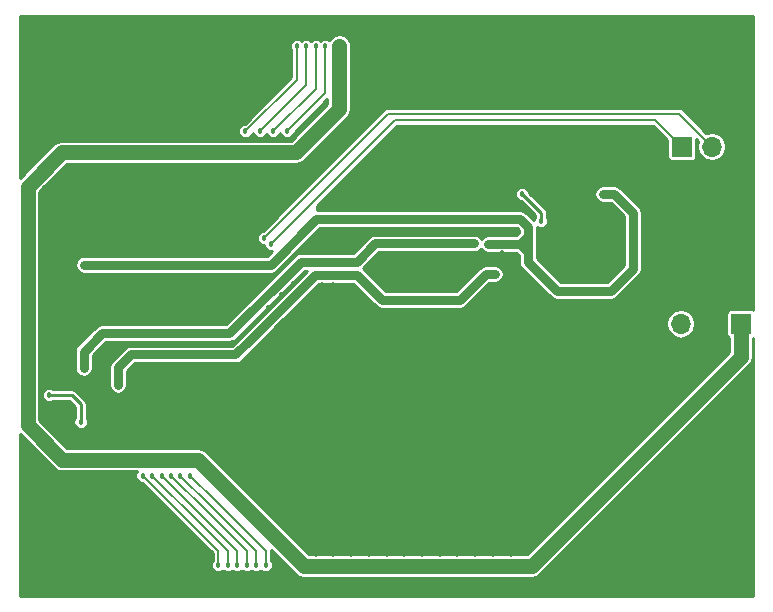
<source format=gbl>
G04 #@! TF.FileFunction,Copper,L4,Bot,Signal*
%FSLAX46Y46*%
G04 Gerber Fmt 4.6, Leading zero omitted, Abs format (unit mm)*
G04 Created by KiCad (PCBNEW 4.0.7) date 08/22/18 22:13:15*
%MOMM*%
%LPD*%
G01*
G04 APERTURE LIST*
%ADD10C,0.100000*%
%ADD11O,2.200000X2.200000*%
%ADD12R,0.500000X0.600000*%
%ADD13C,4.500000*%
%ADD14R,1.700000X1.700000*%
%ADD15O,1.700000X1.700000*%
%ADD16C,0.457200*%
%ADD17C,0.750000*%
%ADD18C,0.254000*%
%ADD19C,1.250000*%
%ADD20C,1.000000*%
%ADD21C,0.200000*%
%ADD22C,0.127000*%
G04 APERTURE END LIST*
D10*
D11*
X94550000Y-120000000D03*
X128950000Y-120000000D03*
X132075000Y-117625000D03*
X132075000Y-122375000D03*
X91425000Y-122375000D03*
X91425000Y-117625000D03*
D10*
G36*
X119777818Y-97849264D02*
X119424264Y-98202818D01*
X119000000Y-97778554D01*
X119353554Y-97425000D01*
X119777818Y-97849264D01*
X119777818Y-97849264D01*
G37*
G36*
X119000000Y-97071446D02*
X118646446Y-97425000D01*
X118222182Y-97000736D01*
X118575736Y-96647182D01*
X119000000Y-97071446D01*
X119000000Y-97071446D01*
G37*
D12*
X122800000Y-94250000D03*
X122800000Y-95350000D03*
X121900000Y-94250000D03*
X121900000Y-95350000D03*
X118100000Y-94200000D03*
X118100000Y-95300000D03*
X117150000Y-94200000D03*
X117150000Y-95300000D03*
D11*
X121200000Y-79000000D03*
X102800000Y-79000000D03*
X99675000Y-81375000D03*
X99675000Y-76625000D03*
X124325000Y-76625000D03*
X124325000Y-81375000D03*
D13*
X85000000Y-120000000D03*
X85000000Y-79000000D03*
X139000000Y-79000000D03*
X139000000Y-120000000D03*
D14*
X137000000Y-86000000D03*
D15*
X139540000Y-86000000D03*
X142080000Y-86000000D03*
D14*
X142000000Y-101000000D03*
D15*
X139460000Y-101000000D03*
X136920000Y-101000000D03*
D16*
X120600000Y-94250000D03*
X121200000Y-94250000D03*
X132875000Y-96350000D03*
X130325000Y-90025000D03*
X131275000Y-90025000D03*
X132100000Y-97100000D03*
X86400000Y-96000000D03*
X122075000Y-92150000D03*
X121500000Y-92150000D03*
X107525000Y-92150000D03*
X106925000Y-92150000D03*
X87400000Y-96000000D03*
X111750000Y-80250000D03*
X113250000Y-80250000D03*
X114750000Y-80250000D03*
X116250000Y-80250000D03*
X117750000Y-80250000D03*
X119250000Y-80250000D03*
X112500000Y-78250000D03*
X111000000Y-78250000D03*
X109500000Y-78250000D03*
X110250000Y-80250000D03*
X121750000Y-114550000D03*
X124000000Y-103000000D03*
X124000000Y-105000000D03*
X124000000Y-107750000D03*
X124000000Y-111700000D03*
X124050000Y-114550000D03*
X119250000Y-114550000D03*
X119250000Y-100250000D03*
X120500000Y-101500000D03*
X121750000Y-102750000D03*
X121750000Y-105050000D03*
X121750000Y-107250000D03*
X121750000Y-110250000D03*
X114000000Y-118500000D03*
X117000000Y-101000000D03*
X118250000Y-102250000D03*
X119500000Y-103500000D03*
X119500000Y-105000000D03*
X119500000Y-107750000D03*
X119500000Y-109250000D03*
X119000000Y-111750000D03*
X117250000Y-114550000D03*
X117250000Y-112750000D03*
X117000000Y-109500000D03*
X116550000Y-106450000D03*
X117000000Y-104000000D03*
X116000000Y-103000000D03*
X114500000Y-104750000D03*
X114800000Y-107500000D03*
X114250000Y-111750000D03*
X114500000Y-114550000D03*
X103100000Y-98550000D03*
X113000000Y-103000000D03*
X111750000Y-104250000D03*
X111750000Y-106500000D03*
X112500000Y-109500000D03*
X112500000Y-112000000D03*
X112500000Y-114550000D03*
X109750000Y-114550000D03*
X109750000Y-108000000D03*
X109750000Y-105000000D03*
X109750000Y-103500000D03*
X111000000Y-102250000D03*
X112000000Y-101250000D03*
X110000000Y-100250000D03*
X108750000Y-101500000D03*
X107500000Y-102750000D03*
X107500000Y-112000000D03*
X107500000Y-114550000D03*
X105000000Y-114550000D03*
X105000000Y-112000000D03*
X105000000Y-110000000D03*
X105000000Y-107000000D03*
X105000000Y-104500000D03*
X103250000Y-101000000D03*
X104500000Y-99750000D03*
X107500000Y-97750000D03*
X106500000Y-97750000D03*
X105750000Y-98500000D03*
X104100000Y-97600000D03*
X101950000Y-97300000D03*
X102000000Y-99650000D03*
X102000000Y-102250000D03*
X102000000Y-104500000D03*
X102000000Y-107000000D03*
X102000000Y-109500000D03*
X102000000Y-112000000D03*
X102000000Y-114550000D03*
X121050000Y-88800000D03*
X123600000Y-88800000D03*
X82950000Y-112500000D03*
X82300000Y-111850000D03*
X81650000Y-111150000D03*
X85500000Y-89500000D03*
X94250000Y-88000000D03*
X91750000Y-88000000D03*
X89250000Y-88000000D03*
X86750000Y-88000000D03*
X117200000Y-88100000D03*
X117200000Y-85200000D03*
X119550000Y-88100000D03*
X114800000Y-85200000D03*
X114800000Y-88100000D03*
X112400000Y-88100000D03*
X110000000Y-84000000D03*
X110200000Y-88100000D03*
X119600000Y-85200000D03*
X112400000Y-85250000D03*
X90500000Y-109500000D03*
X89250000Y-108250000D03*
X89250000Y-110500000D03*
X87350000Y-103800000D03*
X87350000Y-104700000D03*
X88000000Y-107000000D03*
X88150000Y-105350000D03*
X85500000Y-97000000D03*
X88150000Y-98400000D03*
X86900000Y-98050000D03*
X85500000Y-98050000D03*
X85100000Y-101700000D03*
X85400000Y-104050000D03*
X82900000Y-101700000D03*
X86050000Y-101700000D03*
X84100000Y-101700000D03*
X83450000Y-99050000D03*
X83500000Y-102400000D03*
X82900000Y-99700000D03*
X84550000Y-109800000D03*
X84550000Y-109200000D03*
X84550000Y-108600000D03*
X84000000Y-105650000D03*
X83400000Y-106250000D03*
X83950000Y-107700000D03*
X108250000Y-90250000D03*
X108750000Y-89250000D03*
X107500000Y-91000000D03*
X110000000Y-90250000D03*
X109150000Y-90250000D03*
X105250000Y-89000000D03*
X104000000Y-90250000D03*
X102750000Y-91500000D03*
X101500000Y-92750000D03*
X106400000Y-87850000D03*
X107500000Y-86750000D03*
X108500000Y-85750000D03*
X107500000Y-85000000D03*
X108500000Y-84000000D03*
X114000000Y-78250000D03*
X118500000Y-78250000D03*
X117000000Y-78250000D03*
X115500000Y-78250000D03*
X124250000Y-98250000D03*
X123000000Y-97000000D03*
X125500000Y-99500000D03*
X128000000Y-99500000D03*
X130500000Y-99500000D03*
X133000000Y-99500000D03*
X121750000Y-96250000D03*
X121000000Y-95550000D03*
X121750000Y-95000000D03*
X135500000Y-97000000D03*
X134000000Y-95750000D03*
X125500000Y-89500000D03*
X125500000Y-87000000D03*
X128750000Y-89500000D03*
X120500000Y-87000000D03*
X120750000Y-90250000D03*
X119900000Y-90250000D03*
X119000000Y-90250000D03*
X130000000Y-97000000D03*
X128750000Y-97000000D03*
X90500000Y-99500000D03*
X90500000Y-102700000D03*
X103350000Y-121500000D03*
X124500000Y-118500000D03*
X123000000Y-118500000D03*
X121500000Y-118500000D03*
X120000000Y-118500000D03*
X118500000Y-118500000D03*
X117000000Y-118500000D03*
X115500000Y-118500000D03*
X112500000Y-118500000D03*
X111000000Y-118500000D03*
X109500000Y-118500000D03*
X108000000Y-118500000D03*
X106500000Y-118500000D03*
X105000000Y-118500000D03*
X103500000Y-118500000D03*
X122500000Y-120500000D03*
X121000000Y-120500000D03*
X119500000Y-120500000D03*
X118000000Y-120500000D03*
X116500000Y-120500000D03*
X115000000Y-120500000D03*
X113500000Y-120500000D03*
X112000000Y-120500000D03*
X110500000Y-120500000D03*
X109000000Y-120500000D03*
X107500000Y-120500000D03*
X106000000Y-120500000D03*
X127000000Y-121000000D03*
X88000000Y-84500000D03*
X93000000Y-89500000D03*
X90500000Y-89500000D03*
X88000000Y-89500000D03*
X83000000Y-89500000D03*
X83000000Y-92000000D03*
X85500000Y-92000000D03*
X88000000Y-92000000D03*
X90500000Y-92000000D03*
X90500000Y-94500000D03*
X88000000Y-94500000D03*
X85500000Y-94500000D03*
X83000000Y-94500000D03*
X83000000Y-97000000D03*
X85500000Y-84500000D03*
X83000000Y-84500000D03*
X90500000Y-84500000D03*
X88000000Y-122000000D03*
X88000000Y-119500000D03*
X88000000Y-117000000D03*
X85500000Y-117000000D03*
X83000000Y-117000000D03*
X83000000Y-114500000D03*
X85500000Y-114500000D03*
X88000000Y-114500000D03*
X90500000Y-114500000D03*
X90500000Y-97000000D03*
X90500000Y-107000000D03*
X83000000Y-104500000D03*
X93000000Y-84500000D03*
X95500000Y-84500000D03*
X98000000Y-84500000D03*
X88000000Y-77000000D03*
X90500000Y-77000000D03*
X93000000Y-77000000D03*
X95500000Y-77000000D03*
X98000000Y-79500000D03*
X95500000Y-79500000D03*
X93000000Y-79500000D03*
X90500000Y-79500000D03*
X88000000Y-79500000D03*
X83000000Y-82000000D03*
X85500000Y-82000000D03*
X88000000Y-82000000D03*
X90500000Y-82000000D03*
X93000000Y-82000000D03*
X95500000Y-82000000D03*
X138000000Y-97000000D03*
X135500000Y-122000000D03*
X135500000Y-119500000D03*
X135500000Y-117000000D03*
X138000000Y-117000000D03*
X140500000Y-117000000D03*
X140500000Y-114500000D03*
X138000000Y-114500000D03*
X135500000Y-114500000D03*
X133000000Y-114500000D03*
X128000000Y-114500000D03*
X128000000Y-112000000D03*
X130500000Y-112000000D03*
X135500000Y-112000000D03*
X138000000Y-112000000D03*
X140500000Y-112000000D03*
X140500000Y-109500000D03*
X138000000Y-109500000D03*
X133000000Y-109500000D03*
X130500000Y-109500000D03*
X128000000Y-109500000D03*
X128000000Y-107000000D03*
X130500000Y-107000000D03*
X133000000Y-107000000D03*
X135500000Y-107000000D03*
X140500000Y-107000000D03*
X138000000Y-104500000D03*
X135500000Y-104500000D03*
X133000000Y-104500000D03*
X130500000Y-104500000D03*
X128000000Y-104500000D03*
X128000000Y-102000000D03*
X130500000Y-102000000D03*
X133000000Y-102000000D03*
X135500000Y-102000000D03*
X135500000Y-99500000D03*
X103000000Y-77000000D03*
X100500000Y-79500000D03*
X123000000Y-79500000D03*
X120500000Y-77000000D03*
X125500000Y-79500000D03*
X120500000Y-84500000D03*
X135500000Y-89500000D03*
X133000000Y-89500000D03*
X135500000Y-77000000D03*
X133000000Y-77000000D03*
X130500000Y-77000000D03*
X128000000Y-77000000D03*
X128000000Y-79500000D03*
X130500000Y-79500000D03*
X133000000Y-79500000D03*
X135500000Y-79500000D03*
X135500000Y-82000000D03*
X138000000Y-82000000D03*
X140500000Y-82000000D03*
X140500000Y-84500000D03*
X133000000Y-84500000D03*
X133000000Y-82000000D03*
X130500000Y-82000000D03*
X130500000Y-84500000D03*
X128000000Y-84500000D03*
X128000000Y-82000000D03*
X125500000Y-84500000D03*
X123000000Y-84500000D03*
X123000000Y-87000000D03*
X128000000Y-87000000D03*
X130500000Y-87000000D03*
X133000000Y-87000000D03*
X138000000Y-89500000D03*
X140500000Y-89500000D03*
X125600000Y-93500000D03*
X125600000Y-94200000D03*
X125600000Y-92800000D03*
X110300000Y-96250000D03*
X112500000Y-97500000D03*
X114500000Y-97500000D03*
X116500000Y-97500000D03*
X116500000Y-95500000D03*
X114500000Y-95500000D03*
X112500000Y-95500000D03*
X112500000Y-93300000D03*
X114500000Y-93300000D03*
X116500000Y-93300000D03*
X118800000Y-96250000D03*
X118800000Y-95250000D03*
X120550000Y-96800000D03*
X121150000Y-96800000D03*
X105500000Y-97300000D03*
X89250000Y-105450000D03*
X89250000Y-106200000D03*
X105950000Y-96850000D03*
X81650000Y-108525000D03*
X81650000Y-109150000D03*
X81650000Y-107900000D03*
X107350000Y-121500000D03*
X104950000Y-121500000D03*
X108400000Y-78200000D03*
X107600000Y-78200000D03*
X108400000Y-77500000D03*
X107600000Y-77500000D03*
X119350000Y-121500000D03*
X116950000Y-121500000D03*
X114550000Y-121500000D03*
X112150000Y-121500000D03*
X124150000Y-121500000D03*
X121750000Y-121500000D03*
X109750000Y-121500000D03*
X104700000Y-95750000D03*
X118800000Y-94250000D03*
X86350000Y-104750000D03*
X86350000Y-104100000D03*
X119400000Y-94250000D03*
X94550000Y-113850000D03*
X100950000Y-121450000D03*
X95350000Y-113850000D03*
X101750000Y-121450000D03*
X106800000Y-77500000D03*
X103600000Y-84700000D03*
X93750000Y-113850000D03*
X100150000Y-121450000D03*
X106000000Y-77500000D03*
X102400000Y-84700000D03*
X92950000Y-113850000D03*
X99350000Y-121450000D03*
X105200000Y-77500000D03*
X101250000Y-84700000D03*
X92150000Y-113850000D03*
X98550000Y-121450000D03*
X100050000Y-84700000D03*
X104400000Y-77500000D03*
X91350000Y-113850000D03*
X97750000Y-121450000D03*
X102200000Y-94250000D03*
X101600000Y-93750000D03*
X86100000Y-109300000D03*
X83400000Y-107050000D03*
X125075000Y-92300000D03*
X123475000Y-90000000D03*
D17*
X121200000Y-94250000D02*
X120600000Y-94250000D01*
X123100000Y-94250000D02*
X123300000Y-94250000D01*
X123300000Y-94250000D02*
X123950000Y-94900000D01*
X123950000Y-93550000D02*
X123950000Y-94900000D01*
X123950000Y-94900000D02*
X123950000Y-95750000D01*
X123950000Y-95750000D02*
X124800000Y-96600000D01*
X123950000Y-92775000D02*
X123950000Y-93550000D01*
X123950000Y-93550000D02*
X123950000Y-93600000D01*
X123100000Y-94250000D02*
X122800000Y-94250000D01*
X123950000Y-93600000D02*
X123300000Y-94250000D01*
X124825000Y-96625000D02*
X124800000Y-96600000D01*
X124800000Y-96600000D02*
X126425000Y-98225000D01*
X132850000Y-91600000D02*
X131275000Y-90025000D01*
X132850000Y-96350000D02*
X132850000Y-91600000D01*
X130975000Y-98225000D02*
X132850000Y-96350000D01*
X126425000Y-98225000D02*
X130975000Y-98225000D01*
X121200000Y-94250000D02*
X121900000Y-94250000D01*
X121900000Y-94250000D02*
X122800000Y-94250000D01*
X131275000Y-90025000D02*
X130325000Y-90025000D01*
X122100000Y-92150000D02*
X123325000Y-92150000D01*
X123325000Y-92150000D02*
X123950000Y-92775000D01*
X122075000Y-92150000D02*
X122100000Y-92150000D01*
X122100000Y-92150000D02*
X121800000Y-92150000D01*
X107500000Y-92150000D02*
X121500000Y-92150000D01*
X121500000Y-92150000D02*
X121875000Y-92150000D01*
D18*
X121875000Y-92150000D02*
X122075000Y-92150000D01*
D17*
X87400000Y-96000000D02*
X86400000Y-96000000D01*
X87400000Y-96000000D02*
X102200000Y-96000000D01*
X106050000Y-92150000D02*
X107500000Y-92150000D01*
X102200000Y-96000000D02*
X106050000Y-92150000D01*
D18*
X107500000Y-92150000D02*
X107525000Y-92150000D01*
X122075000Y-92200000D02*
X122075000Y-92150000D01*
X112500000Y-97500000D02*
X114500000Y-97500000D01*
X116500000Y-97500000D02*
X116500000Y-95500000D01*
X114500000Y-95500000D02*
X112500000Y-95500000D01*
X112500000Y-93300000D02*
X114500000Y-93300000D01*
X120550000Y-96800000D02*
X120450000Y-96800000D01*
X120450000Y-96800000D02*
X119400000Y-97850000D01*
X119400000Y-97850000D02*
X119388909Y-97813909D01*
D17*
X105950000Y-96850000D02*
X109500000Y-96850000D01*
X111650000Y-99000000D02*
X118200000Y-99000000D01*
X118200000Y-99000000D02*
X120400000Y-96800000D01*
X120400000Y-96800000D02*
X121150000Y-96800000D01*
X109500000Y-96850000D02*
X111650000Y-99000000D01*
X105500000Y-97300000D02*
X100550000Y-102250000D01*
X98550000Y-103600000D02*
X90350000Y-103600000D01*
X90350000Y-103600000D02*
X89250000Y-104700000D01*
X99200000Y-103600000D02*
X98550000Y-103600000D01*
X100550000Y-102250000D02*
X99200000Y-103600000D01*
X105950000Y-96850000D02*
X105500000Y-97300000D01*
X89250000Y-104700000D02*
X89250000Y-105450000D01*
X89250000Y-105450000D02*
X89250000Y-106200000D01*
X89250000Y-104700000D02*
X89250000Y-104700000D01*
D18*
X81650000Y-108450000D02*
X81650000Y-108525000D01*
X81650000Y-108550000D02*
X81650000Y-108450000D01*
X81650000Y-109150000D02*
X81600000Y-109150000D01*
X81600000Y-108600000D02*
X81650000Y-108550000D01*
X81650000Y-108550000D02*
X81650000Y-108550000D01*
X81650000Y-107900000D02*
X81600000Y-107900000D01*
D19*
X81600000Y-109150000D02*
X81600000Y-107900000D01*
X107250000Y-121500000D02*
X105000000Y-121500000D01*
X105000000Y-121500000D02*
X96000000Y-112500000D01*
X96000000Y-112500000D02*
X84550000Y-112500000D01*
X84550000Y-112500000D02*
X81600000Y-109550000D01*
X81600000Y-109550000D02*
X81600000Y-109200000D01*
X109750000Y-121500000D02*
X107250000Y-121500000D01*
X81600000Y-107900000D02*
X81600000Y-108000000D01*
X81600000Y-108000000D02*
X81600000Y-108600000D01*
X81600000Y-108600000D02*
X81600000Y-89400000D01*
X81600000Y-89400000D02*
X84500000Y-86500000D01*
X84500000Y-86500000D02*
X104300000Y-86500000D01*
X104300000Y-86500000D02*
X108000000Y-82800000D01*
X108000000Y-82800000D02*
X108000000Y-78200000D01*
X124200000Y-121500000D02*
X124300000Y-121500000D01*
X142000000Y-103500000D02*
X142000000Y-101000000D01*
X142000000Y-103800000D02*
X142000000Y-103500000D01*
X124300000Y-121500000D02*
X142000000Y-103800000D01*
X121700000Y-121500000D02*
X124200000Y-121500000D01*
X124200000Y-121500000D02*
X124100000Y-121500000D01*
D18*
X108400000Y-78200000D02*
X108000000Y-78200000D01*
X107600000Y-78200000D02*
X108000000Y-78200000D01*
X108400000Y-77500000D02*
X108000000Y-77500000D01*
X107600000Y-77500000D02*
X108000000Y-77500000D01*
D19*
X121750000Y-121500000D02*
X121700000Y-121500000D01*
X121700000Y-121500000D02*
X119250000Y-121500000D01*
X119250000Y-121500000D02*
X117000000Y-121500000D01*
X117000000Y-121500000D02*
X114500000Y-121500000D01*
X114500000Y-121500000D02*
X112250000Y-121500000D01*
X112250000Y-121500000D02*
X109750000Y-121500000D01*
D20*
X108000000Y-78200000D02*
X108000000Y-78200000D01*
D19*
X108000000Y-78200000D02*
X108000000Y-77500000D01*
D20*
X108000000Y-77500000D02*
X108000000Y-77500000D01*
X108000000Y-77500000D02*
X108000000Y-77500000D01*
X124150000Y-121500000D02*
X124150000Y-121500000D01*
X124150000Y-121500000D02*
X124150000Y-121500000D01*
D18*
X117150000Y-94200000D02*
X111150000Y-94200000D01*
X109600000Y-95750000D02*
X104700000Y-95750000D01*
X111150000Y-94200000D02*
X109600000Y-95750000D01*
X104800000Y-95750000D02*
X109500000Y-95750000D01*
X111000000Y-94250000D02*
X118800000Y-94250000D01*
X109500000Y-95750000D02*
X111000000Y-94250000D01*
X105550000Y-95750000D02*
X104800000Y-95750000D01*
X104800000Y-95750000D02*
X104700000Y-95750000D01*
X104700000Y-95750000D02*
X104250000Y-96200000D01*
X104150000Y-96200000D02*
X104150000Y-96350000D01*
X104250000Y-96200000D02*
X104150000Y-96200000D01*
D17*
X118800000Y-94200000D02*
X119400000Y-94200000D01*
X118100000Y-94200000D02*
X118800000Y-94200000D01*
X104750000Y-95750000D02*
X104150000Y-96350000D01*
X104150000Y-96350000D02*
X98700000Y-101800000D01*
X98700000Y-101800000D02*
X87900000Y-101800000D01*
X87900000Y-101800000D02*
X86350000Y-103350000D01*
X86350000Y-103350000D02*
X86350000Y-104750000D01*
X104800000Y-95750000D02*
X104750000Y-95750000D01*
X104750000Y-95750000D02*
X105550000Y-95750000D01*
X105550000Y-95750000D02*
X109475000Y-95750000D01*
X111025000Y-94200000D02*
X118100000Y-94200000D01*
X109475000Y-95750000D02*
X111025000Y-94200000D01*
D21*
X94550000Y-113850000D02*
X97150000Y-116450000D01*
X97150000Y-116450000D02*
X100950000Y-120250000D01*
X100950000Y-120250000D02*
X100950000Y-121450000D01*
X95350000Y-113850000D02*
X97450000Y-115950000D01*
X101750000Y-120250000D02*
X101750000Y-121450000D01*
X97450000Y-115950000D02*
X101750000Y-120250000D01*
X93750000Y-113850000D02*
X96850000Y-116950000D01*
X103600000Y-84700000D02*
X106800000Y-81500000D01*
X106800000Y-81500000D02*
X106800000Y-77500000D01*
X100150000Y-120250000D02*
X100150000Y-121450000D01*
X96850000Y-116950000D02*
X100150000Y-120250000D01*
X92950000Y-113850000D02*
X96550000Y-117450000D01*
X102400000Y-84700000D02*
X106000000Y-81100000D01*
X106000000Y-81100000D02*
X106000000Y-77500000D01*
X99350000Y-120250000D02*
X99350000Y-121450000D01*
X96550000Y-117450000D02*
X99350000Y-120250000D01*
X92150000Y-113850000D02*
X96250000Y-117950000D01*
X101250000Y-84700000D02*
X105200000Y-80750000D01*
X105200000Y-80750000D02*
X105200000Y-77500000D01*
X96250000Y-117950000D02*
X98550000Y-120250000D01*
X98550000Y-120250000D02*
X98550000Y-121450000D01*
X91350000Y-113850000D02*
X95900000Y-118400000D01*
X104400000Y-80350000D02*
X100050000Y-84700000D01*
X104400000Y-80300000D02*
X104400000Y-80350000D01*
X104400000Y-80250000D02*
X104400000Y-80300000D01*
X104400000Y-77500000D02*
X104400000Y-80250000D01*
X95900000Y-118400000D02*
X97750000Y-120250000D01*
X97750000Y-120250000D02*
X97750000Y-121450000D01*
X121050000Y-83750000D02*
X134750000Y-83750000D01*
X137000000Y-86000000D02*
X134750000Y-83750000D01*
X112700000Y-83750000D02*
X121050000Y-83750000D01*
X112700000Y-83750000D02*
X102200000Y-94250000D01*
X120850000Y-83200000D02*
X136750000Y-83200000D01*
X139550000Y-86000000D02*
X136750000Y-83200000D01*
X112150000Y-83200000D02*
X120850000Y-83200000D01*
X112150000Y-83200000D02*
X101600000Y-93750000D01*
D22*
X139550000Y-86000000D02*
X139540000Y-86000000D01*
D18*
X86100000Y-109300000D02*
X86100000Y-107800000D01*
X83400000Y-107050000D02*
X85350000Y-107050000D01*
X85350000Y-107050000D02*
X86100000Y-107800000D01*
X125075000Y-91600000D02*
X125075000Y-92300000D01*
X123475000Y-90000000D02*
X125075000Y-91600000D01*
G36*
X143044000Y-124044000D02*
X80956000Y-124044000D01*
X80956000Y-110328698D01*
X83838651Y-113211349D01*
X84165020Y-113429423D01*
X84550000Y-113506000D01*
X90832775Y-113506000D01*
X90740506Y-113728211D01*
X90740294Y-113970725D01*
X90832905Y-114194860D01*
X91004238Y-114366493D01*
X91228211Y-114459494D01*
X91279303Y-114459539D01*
X95559882Y-118740119D01*
X95559885Y-118740121D01*
X97269000Y-120449236D01*
X97269000Y-121068807D01*
X97233507Y-121104238D01*
X97140506Y-121328211D01*
X97140294Y-121570725D01*
X97232905Y-121794860D01*
X97404238Y-121966493D01*
X97628211Y-122059494D01*
X97870725Y-122059706D01*
X98094860Y-121967095D01*
X98149946Y-121912106D01*
X98204238Y-121966493D01*
X98428211Y-122059494D01*
X98670725Y-122059706D01*
X98894860Y-121967095D01*
X98949946Y-121912106D01*
X99004238Y-121966493D01*
X99228211Y-122059494D01*
X99470725Y-122059706D01*
X99694860Y-121967095D01*
X99749946Y-121912106D01*
X99804238Y-121966493D01*
X100028211Y-122059494D01*
X100270725Y-122059706D01*
X100494860Y-121967095D01*
X100549946Y-121912106D01*
X100604238Y-121966493D01*
X100828211Y-122059494D01*
X101070725Y-122059706D01*
X101294860Y-121967095D01*
X101349946Y-121912106D01*
X101404238Y-121966493D01*
X101628211Y-122059494D01*
X101870725Y-122059706D01*
X102094860Y-121967095D01*
X102266493Y-121795762D01*
X102359494Y-121571789D01*
X102359706Y-121329275D01*
X102267095Y-121105140D01*
X102231000Y-121068982D01*
X102231000Y-120250000D01*
X102207088Y-120129786D01*
X104288651Y-122211349D01*
X104615020Y-122429423D01*
X105000000Y-122506000D01*
X124300000Y-122506000D01*
X124684980Y-122429423D01*
X125011349Y-122211349D01*
X142711349Y-104511349D01*
X142755776Y-104444860D01*
X142929423Y-104184980D01*
X143006000Y-103800000D01*
X143006000Y-102202367D01*
X143044000Y-102177915D01*
X143044000Y-124044000D01*
X143044000Y-124044000D01*
G37*
X143044000Y-124044000D02*
X80956000Y-124044000D01*
X80956000Y-110328698D01*
X83838651Y-113211349D01*
X84165020Y-113429423D01*
X84550000Y-113506000D01*
X90832775Y-113506000D01*
X90740506Y-113728211D01*
X90740294Y-113970725D01*
X90832905Y-114194860D01*
X91004238Y-114366493D01*
X91228211Y-114459494D01*
X91279303Y-114459539D01*
X95559882Y-118740119D01*
X95559885Y-118740121D01*
X97269000Y-120449236D01*
X97269000Y-121068807D01*
X97233507Y-121104238D01*
X97140506Y-121328211D01*
X97140294Y-121570725D01*
X97232905Y-121794860D01*
X97404238Y-121966493D01*
X97628211Y-122059494D01*
X97870725Y-122059706D01*
X98094860Y-121967095D01*
X98149946Y-121912106D01*
X98204238Y-121966493D01*
X98428211Y-122059494D01*
X98670725Y-122059706D01*
X98894860Y-121967095D01*
X98949946Y-121912106D01*
X99004238Y-121966493D01*
X99228211Y-122059494D01*
X99470725Y-122059706D01*
X99694860Y-121967095D01*
X99749946Y-121912106D01*
X99804238Y-121966493D01*
X100028211Y-122059494D01*
X100270725Y-122059706D01*
X100494860Y-121967095D01*
X100549946Y-121912106D01*
X100604238Y-121966493D01*
X100828211Y-122059494D01*
X101070725Y-122059706D01*
X101294860Y-121967095D01*
X101349946Y-121912106D01*
X101404238Y-121966493D01*
X101628211Y-122059494D01*
X101870725Y-122059706D01*
X102094860Y-121967095D01*
X102266493Y-121795762D01*
X102359494Y-121571789D01*
X102359706Y-121329275D01*
X102267095Y-121105140D01*
X102231000Y-121068982D01*
X102231000Y-120250000D01*
X102207088Y-120129786D01*
X104288651Y-122211349D01*
X104615020Y-122429423D01*
X105000000Y-122506000D01*
X124300000Y-122506000D01*
X124684980Y-122429423D01*
X125011349Y-122211349D01*
X142711349Y-104511349D01*
X142755776Y-104444860D01*
X142929423Y-104184980D01*
X143006000Y-103800000D01*
X143006000Y-102202367D01*
X143044000Y-102177915D01*
X143044000Y-124044000D01*
G36*
X143044000Y-99821430D02*
X143001134Y-99792141D01*
X142850000Y-99761536D01*
X141150000Y-99761536D01*
X141008810Y-99788103D01*
X140879135Y-99871546D01*
X140792141Y-99998866D01*
X140761536Y-100150000D01*
X140761536Y-101850000D01*
X140788103Y-101991190D01*
X140871546Y-102120865D01*
X140994000Y-102204534D01*
X140994000Y-103383302D01*
X123883302Y-120494000D01*
X105416698Y-120494000D01*
X96711349Y-111788651D01*
X96384980Y-111570577D01*
X96000000Y-111494000D01*
X84966698Y-111494000D01*
X82606000Y-109133302D01*
X82606000Y-107170725D01*
X82790294Y-107170725D01*
X82882905Y-107394860D01*
X83054238Y-107566493D01*
X83278211Y-107659494D01*
X83520725Y-107659706D01*
X83744860Y-107567095D01*
X83753971Y-107558000D01*
X85139580Y-107558000D01*
X85592000Y-108010420D01*
X85592000Y-108945760D01*
X85583507Y-108954238D01*
X85490506Y-109178211D01*
X85490294Y-109420725D01*
X85582905Y-109644860D01*
X85754238Y-109816493D01*
X85978211Y-109909494D01*
X86220725Y-109909706D01*
X86444860Y-109817095D01*
X86616493Y-109645762D01*
X86709494Y-109421789D01*
X86709706Y-109179275D01*
X86617095Y-108955140D01*
X86608000Y-108946029D01*
X86608000Y-107800000D01*
X86580052Y-107659494D01*
X86569331Y-107605596D01*
X86459210Y-107440790D01*
X85709210Y-106690790D01*
X85544403Y-106580669D01*
X85350000Y-106542000D01*
X83754240Y-106542000D01*
X83745762Y-106533507D01*
X83521789Y-106440506D01*
X83279275Y-106440294D01*
X83055140Y-106532905D01*
X82883507Y-106704238D01*
X82790506Y-106928211D01*
X82790294Y-107170725D01*
X82606000Y-107170725D01*
X82606000Y-103350000D01*
X85594000Y-103350000D01*
X85594000Y-104750000D01*
X85651547Y-105039309D01*
X85815427Y-105284573D01*
X86060691Y-105448453D01*
X86350000Y-105506000D01*
X86639309Y-105448453D01*
X86884573Y-105284573D01*
X87048453Y-105039309D01*
X87106000Y-104750000D01*
X87106000Y-103663146D01*
X88213146Y-102556000D01*
X98700000Y-102556000D01*
X98989309Y-102498453D01*
X99234573Y-102334573D01*
X105063146Y-96506000D01*
X105224854Y-96506000D01*
X98886854Y-102844000D01*
X90350000Y-102844000D01*
X90060691Y-102901547D01*
X89904366Y-103006000D01*
X89815427Y-103065427D01*
X88715427Y-104165427D01*
X88551547Y-104410691D01*
X88494000Y-104700000D01*
X88494000Y-106200000D01*
X88551547Y-106489309D01*
X88715427Y-106734573D01*
X88960691Y-106898453D01*
X89250000Y-106956000D01*
X89539309Y-106898453D01*
X89784573Y-106734573D01*
X89948453Y-106489309D01*
X90006000Y-106200000D01*
X90006000Y-105013146D01*
X90663146Y-104356000D01*
X99200000Y-104356000D01*
X99489309Y-104298453D01*
X99734573Y-104134573D01*
X102893263Y-100975883D01*
X135689000Y-100975883D01*
X135689000Y-101024117D01*
X135782704Y-101495200D01*
X136049552Y-101894565D01*
X136448917Y-102161413D01*
X136920000Y-102255117D01*
X137391083Y-102161413D01*
X137790448Y-101894565D01*
X138057296Y-101495200D01*
X138151000Y-101024117D01*
X138151000Y-100975883D01*
X138057296Y-100504800D01*
X137790448Y-100105435D01*
X137391083Y-99838587D01*
X136920000Y-99744883D01*
X136448917Y-99838587D01*
X136049552Y-100105435D01*
X135782704Y-100504800D01*
X135689000Y-100975883D01*
X102893263Y-100975883D01*
X106263146Y-97606000D01*
X109186854Y-97606000D01*
X111115427Y-99534573D01*
X111360691Y-99698453D01*
X111650000Y-99756000D01*
X118200000Y-99756000D01*
X118489309Y-99698453D01*
X118734573Y-99534573D01*
X120713146Y-97556000D01*
X121150000Y-97556000D01*
X121439309Y-97498453D01*
X121684573Y-97334573D01*
X121848453Y-97089309D01*
X121906000Y-96800000D01*
X121848453Y-96510691D01*
X121684573Y-96265427D01*
X121439309Y-96101547D01*
X121150000Y-96044000D01*
X120400005Y-96044000D01*
X120400000Y-96043999D01*
X120166595Y-96090427D01*
X120110691Y-96101547D01*
X119903041Y-96240294D01*
X119865427Y-96265427D01*
X117886854Y-98244000D01*
X111963146Y-98244000D01*
X110034573Y-96315427D01*
X109999512Y-96292000D01*
X109998985Y-96291648D01*
X110009573Y-96284573D01*
X111338146Y-94956000D01*
X119400000Y-94956000D01*
X119689309Y-94898453D01*
X119934573Y-94734573D01*
X119983296Y-94661654D01*
X120065427Y-94784573D01*
X120310691Y-94948453D01*
X120600000Y-95006000D01*
X122986854Y-95006000D01*
X123194000Y-95213146D01*
X123194000Y-95750000D01*
X123251547Y-96039309D01*
X123397672Y-96258000D01*
X123415427Y-96284573D01*
X124265425Y-97134570D01*
X124265427Y-97134573D01*
X125890427Y-98759573D01*
X126135691Y-98923453D01*
X126425000Y-98981000D01*
X130975000Y-98981000D01*
X131264309Y-98923453D01*
X131509573Y-98759573D01*
X133384570Y-96884575D01*
X133384573Y-96884573D01*
X133548453Y-96639309D01*
X133606000Y-96350000D01*
X133606000Y-91600000D01*
X133548453Y-91310691D01*
X133384573Y-91065427D01*
X133384570Y-91065425D01*
X131809573Y-89490427D01*
X131799216Y-89483507D01*
X131564309Y-89326547D01*
X131275000Y-89269000D01*
X130325000Y-89269000D01*
X130035691Y-89326547D01*
X129790427Y-89490427D01*
X129626547Y-89735691D01*
X129569000Y-90025000D01*
X129626547Y-90314309D01*
X129790427Y-90559573D01*
X130035691Y-90723453D01*
X130325000Y-90781000D01*
X130961854Y-90781000D01*
X132094000Y-91913145D01*
X132094000Y-96036855D01*
X130661854Y-97469000D01*
X126738146Y-97469000D01*
X125334573Y-96065427D01*
X125334570Y-96065425D01*
X124706000Y-95436854D01*
X124706000Y-94900005D01*
X124706001Y-94900000D01*
X124706000Y-94899995D01*
X124706000Y-93600005D01*
X124706001Y-93600000D01*
X124706000Y-93599995D01*
X124706000Y-92793214D01*
X124729238Y-92816493D01*
X124953211Y-92909494D01*
X125195725Y-92909706D01*
X125419860Y-92817095D01*
X125591493Y-92645762D01*
X125684494Y-92421789D01*
X125684706Y-92179275D01*
X125592095Y-91955140D01*
X125583000Y-91946029D01*
X125583000Y-91600000D01*
X125544331Y-91405597D01*
X125434210Y-91240790D01*
X124084696Y-89891276D01*
X124084706Y-89879275D01*
X123992095Y-89655140D01*
X123820762Y-89483507D01*
X123596789Y-89390506D01*
X123354275Y-89390294D01*
X123130140Y-89482905D01*
X122958507Y-89654238D01*
X122865506Y-89878211D01*
X122865294Y-90120725D01*
X122957905Y-90344860D01*
X123129238Y-90516493D01*
X123353211Y-90609494D01*
X123366085Y-90609505D01*
X124567000Y-91810420D01*
X124567000Y-91945760D01*
X124558507Y-91954238D01*
X124465506Y-92178211D01*
X124465468Y-92221323D01*
X123859573Y-91615427D01*
X123836485Y-91600000D01*
X123614309Y-91451547D01*
X123325000Y-91394000D01*
X106077000Y-91394000D01*
X106077000Y-91053236D01*
X112899237Y-84231000D01*
X134550764Y-84231000D01*
X135761536Y-85441773D01*
X135761536Y-86850000D01*
X135788103Y-86991190D01*
X135871546Y-87120865D01*
X135998866Y-87207859D01*
X136150000Y-87238464D01*
X137850000Y-87238464D01*
X137991190Y-87211897D01*
X138120865Y-87128454D01*
X138207859Y-87001134D01*
X138238464Y-86850000D01*
X138238464Y-85368700D01*
X138398035Y-85528271D01*
X138309000Y-85975883D01*
X138309000Y-86024117D01*
X138402704Y-86495200D01*
X138669552Y-86894565D01*
X139068917Y-87161413D01*
X139540000Y-87255117D01*
X140011083Y-87161413D01*
X140410448Y-86894565D01*
X140677296Y-86495200D01*
X140771000Y-86024117D01*
X140771000Y-85975883D01*
X140677296Y-85504800D01*
X140410448Y-85105435D01*
X140011083Y-84838587D01*
X139540000Y-84744883D01*
X139068917Y-84838587D01*
X139068861Y-84838625D01*
X137090118Y-82859882D01*
X136934071Y-82755614D01*
X136750000Y-82719000D01*
X112150000Y-82719000D01*
X111965929Y-82755614D01*
X111809882Y-82859882D01*
X101529426Y-93140338D01*
X101479275Y-93140294D01*
X101255140Y-93232905D01*
X101083507Y-93404238D01*
X100990506Y-93628211D01*
X100990294Y-93870725D01*
X101082905Y-94094860D01*
X101254238Y-94266493D01*
X101478211Y-94359494D01*
X101590304Y-94359592D01*
X101590294Y-94370725D01*
X101682905Y-94594860D01*
X101854238Y-94766493D01*
X102078211Y-94859494D01*
X102271191Y-94859663D01*
X101886854Y-95244000D01*
X86400000Y-95244000D01*
X86110691Y-95301547D01*
X85865427Y-95465427D01*
X85701547Y-95710691D01*
X85644000Y-96000000D01*
X85701547Y-96289309D01*
X85865427Y-96534573D01*
X86110691Y-96698453D01*
X86400000Y-96756000D01*
X102200000Y-96756000D01*
X102489309Y-96698453D01*
X102734573Y-96534573D01*
X106363146Y-92906000D01*
X123011854Y-92906000D01*
X123194000Y-93088145D01*
X123194000Y-93286854D01*
X122986854Y-93494000D01*
X120600000Y-93494000D01*
X120310691Y-93551547D01*
X120065427Y-93715427D01*
X120016704Y-93788346D01*
X119934573Y-93665427D01*
X119689309Y-93501547D01*
X119400000Y-93444000D01*
X111025000Y-93444000D01*
X110735691Y-93501547D01*
X110490427Y-93665427D01*
X109161854Y-94994000D01*
X104750000Y-94994000D01*
X104460691Y-95051547D01*
X104215427Y-95215427D01*
X98386854Y-101044000D01*
X87900000Y-101044000D01*
X87610691Y-101101547D01*
X87365427Y-101265427D01*
X85815427Y-102815427D01*
X85651547Y-103060691D01*
X85594000Y-103350000D01*
X82606000Y-103350000D01*
X82606000Y-89816698D01*
X84916699Y-87506000D01*
X104300000Y-87506000D01*
X104684980Y-87429423D01*
X105011349Y-87211349D01*
X108711349Y-83511350D01*
X108848817Y-83305614D01*
X108929423Y-83184980D01*
X109006000Y-82800000D01*
X109006000Y-78330204D01*
X109009494Y-78321789D01*
X109009706Y-78079275D01*
X109006000Y-78070306D01*
X109006000Y-77630204D01*
X109009494Y-77621789D01*
X109009706Y-77379275D01*
X108956255Y-77249914D01*
X108929423Y-77115020D01*
X108711349Y-76788651D01*
X108384980Y-76570577D01*
X108000000Y-76494000D01*
X107615020Y-76570577D01*
X107288651Y-76788651D01*
X107153364Y-76991122D01*
X107145762Y-76983507D01*
X106921789Y-76890506D01*
X106679275Y-76890294D01*
X106455140Y-76982905D01*
X106400054Y-77037894D01*
X106345762Y-76983507D01*
X106121789Y-76890506D01*
X105879275Y-76890294D01*
X105655140Y-76982905D01*
X105600054Y-77037894D01*
X105545762Y-76983507D01*
X105321789Y-76890506D01*
X105079275Y-76890294D01*
X104855140Y-76982905D01*
X104800054Y-77037894D01*
X104745762Y-76983507D01*
X104521789Y-76890506D01*
X104279275Y-76890294D01*
X104055140Y-76982905D01*
X103883507Y-77154238D01*
X103790506Y-77378211D01*
X103790294Y-77620725D01*
X103882905Y-77844860D01*
X103919000Y-77881018D01*
X103919000Y-80150764D01*
X99979426Y-84090338D01*
X99929275Y-84090294D01*
X99705140Y-84182905D01*
X99533507Y-84354238D01*
X99440506Y-84578211D01*
X99440294Y-84820725D01*
X99532905Y-85044860D01*
X99704238Y-85216493D01*
X99928211Y-85309494D01*
X100170725Y-85309706D01*
X100394860Y-85217095D01*
X100566493Y-85045762D01*
X100650091Y-84844435D01*
X100732905Y-85044860D01*
X100904238Y-85216493D01*
X101128211Y-85309494D01*
X101370725Y-85309706D01*
X101594860Y-85217095D01*
X101766493Y-85045762D01*
X101825029Y-84904790D01*
X101882905Y-85044860D01*
X102054238Y-85216493D01*
X102278211Y-85309494D01*
X102520725Y-85309706D01*
X102744860Y-85217095D01*
X102916493Y-85045762D01*
X103000091Y-84844435D01*
X103082905Y-85044860D01*
X103254238Y-85216493D01*
X103478211Y-85309494D01*
X103720725Y-85309706D01*
X103944860Y-85217095D01*
X104116493Y-85045762D01*
X104209494Y-84821789D01*
X104209539Y-84770697D01*
X106994000Y-81986237D01*
X106994000Y-82383301D01*
X103883302Y-85494000D01*
X84500000Y-85494000D01*
X84115020Y-85570577D01*
X83788650Y-85788651D01*
X80956000Y-88621302D01*
X80956000Y-74956000D01*
X143044000Y-74956000D01*
X143044000Y-99821430D01*
X143044000Y-99821430D01*
G37*
X143044000Y-99821430D02*
X143001134Y-99792141D01*
X142850000Y-99761536D01*
X141150000Y-99761536D01*
X141008810Y-99788103D01*
X140879135Y-99871546D01*
X140792141Y-99998866D01*
X140761536Y-100150000D01*
X140761536Y-101850000D01*
X140788103Y-101991190D01*
X140871546Y-102120865D01*
X140994000Y-102204534D01*
X140994000Y-103383302D01*
X123883302Y-120494000D01*
X105416698Y-120494000D01*
X96711349Y-111788651D01*
X96384980Y-111570577D01*
X96000000Y-111494000D01*
X84966698Y-111494000D01*
X82606000Y-109133302D01*
X82606000Y-107170725D01*
X82790294Y-107170725D01*
X82882905Y-107394860D01*
X83054238Y-107566493D01*
X83278211Y-107659494D01*
X83520725Y-107659706D01*
X83744860Y-107567095D01*
X83753971Y-107558000D01*
X85139580Y-107558000D01*
X85592000Y-108010420D01*
X85592000Y-108945760D01*
X85583507Y-108954238D01*
X85490506Y-109178211D01*
X85490294Y-109420725D01*
X85582905Y-109644860D01*
X85754238Y-109816493D01*
X85978211Y-109909494D01*
X86220725Y-109909706D01*
X86444860Y-109817095D01*
X86616493Y-109645762D01*
X86709494Y-109421789D01*
X86709706Y-109179275D01*
X86617095Y-108955140D01*
X86608000Y-108946029D01*
X86608000Y-107800000D01*
X86580052Y-107659494D01*
X86569331Y-107605596D01*
X86459210Y-107440790D01*
X85709210Y-106690790D01*
X85544403Y-106580669D01*
X85350000Y-106542000D01*
X83754240Y-106542000D01*
X83745762Y-106533507D01*
X83521789Y-106440506D01*
X83279275Y-106440294D01*
X83055140Y-106532905D01*
X82883507Y-106704238D01*
X82790506Y-106928211D01*
X82790294Y-107170725D01*
X82606000Y-107170725D01*
X82606000Y-103350000D01*
X85594000Y-103350000D01*
X85594000Y-104750000D01*
X85651547Y-105039309D01*
X85815427Y-105284573D01*
X86060691Y-105448453D01*
X86350000Y-105506000D01*
X86639309Y-105448453D01*
X86884573Y-105284573D01*
X87048453Y-105039309D01*
X87106000Y-104750000D01*
X87106000Y-103663146D01*
X88213146Y-102556000D01*
X98700000Y-102556000D01*
X98989309Y-102498453D01*
X99234573Y-102334573D01*
X105063146Y-96506000D01*
X105224854Y-96506000D01*
X98886854Y-102844000D01*
X90350000Y-102844000D01*
X90060691Y-102901547D01*
X89904366Y-103006000D01*
X89815427Y-103065427D01*
X88715427Y-104165427D01*
X88551547Y-104410691D01*
X88494000Y-104700000D01*
X88494000Y-106200000D01*
X88551547Y-106489309D01*
X88715427Y-106734573D01*
X88960691Y-106898453D01*
X89250000Y-106956000D01*
X89539309Y-106898453D01*
X89784573Y-106734573D01*
X89948453Y-106489309D01*
X90006000Y-106200000D01*
X90006000Y-105013146D01*
X90663146Y-104356000D01*
X99200000Y-104356000D01*
X99489309Y-104298453D01*
X99734573Y-104134573D01*
X102893263Y-100975883D01*
X135689000Y-100975883D01*
X135689000Y-101024117D01*
X135782704Y-101495200D01*
X136049552Y-101894565D01*
X136448917Y-102161413D01*
X136920000Y-102255117D01*
X137391083Y-102161413D01*
X137790448Y-101894565D01*
X138057296Y-101495200D01*
X138151000Y-101024117D01*
X138151000Y-100975883D01*
X138057296Y-100504800D01*
X137790448Y-100105435D01*
X137391083Y-99838587D01*
X136920000Y-99744883D01*
X136448917Y-99838587D01*
X136049552Y-100105435D01*
X135782704Y-100504800D01*
X135689000Y-100975883D01*
X102893263Y-100975883D01*
X106263146Y-97606000D01*
X109186854Y-97606000D01*
X111115427Y-99534573D01*
X111360691Y-99698453D01*
X111650000Y-99756000D01*
X118200000Y-99756000D01*
X118489309Y-99698453D01*
X118734573Y-99534573D01*
X120713146Y-97556000D01*
X121150000Y-97556000D01*
X121439309Y-97498453D01*
X121684573Y-97334573D01*
X121848453Y-97089309D01*
X121906000Y-96800000D01*
X121848453Y-96510691D01*
X121684573Y-96265427D01*
X121439309Y-96101547D01*
X121150000Y-96044000D01*
X120400005Y-96044000D01*
X120400000Y-96043999D01*
X120166595Y-96090427D01*
X120110691Y-96101547D01*
X119903041Y-96240294D01*
X119865427Y-96265427D01*
X117886854Y-98244000D01*
X111963146Y-98244000D01*
X110034573Y-96315427D01*
X109999512Y-96292000D01*
X109998985Y-96291648D01*
X110009573Y-96284573D01*
X111338146Y-94956000D01*
X119400000Y-94956000D01*
X119689309Y-94898453D01*
X119934573Y-94734573D01*
X119983296Y-94661654D01*
X120065427Y-94784573D01*
X120310691Y-94948453D01*
X120600000Y-95006000D01*
X122986854Y-95006000D01*
X123194000Y-95213146D01*
X123194000Y-95750000D01*
X123251547Y-96039309D01*
X123397672Y-96258000D01*
X123415427Y-96284573D01*
X124265425Y-97134570D01*
X124265427Y-97134573D01*
X125890427Y-98759573D01*
X126135691Y-98923453D01*
X126425000Y-98981000D01*
X130975000Y-98981000D01*
X131264309Y-98923453D01*
X131509573Y-98759573D01*
X133384570Y-96884575D01*
X133384573Y-96884573D01*
X133548453Y-96639309D01*
X133606000Y-96350000D01*
X133606000Y-91600000D01*
X133548453Y-91310691D01*
X133384573Y-91065427D01*
X133384570Y-91065425D01*
X131809573Y-89490427D01*
X131799216Y-89483507D01*
X131564309Y-89326547D01*
X131275000Y-89269000D01*
X130325000Y-89269000D01*
X130035691Y-89326547D01*
X129790427Y-89490427D01*
X129626547Y-89735691D01*
X129569000Y-90025000D01*
X129626547Y-90314309D01*
X129790427Y-90559573D01*
X130035691Y-90723453D01*
X130325000Y-90781000D01*
X130961854Y-90781000D01*
X132094000Y-91913145D01*
X132094000Y-96036855D01*
X130661854Y-97469000D01*
X126738146Y-97469000D01*
X125334573Y-96065427D01*
X125334570Y-96065425D01*
X124706000Y-95436854D01*
X124706000Y-94900005D01*
X124706001Y-94900000D01*
X124706000Y-94899995D01*
X124706000Y-93600005D01*
X124706001Y-93600000D01*
X124706000Y-93599995D01*
X124706000Y-92793214D01*
X124729238Y-92816493D01*
X124953211Y-92909494D01*
X125195725Y-92909706D01*
X125419860Y-92817095D01*
X125591493Y-92645762D01*
X125684494Y-92421789D01*
X125684706Y-92179275D01*
X125592095Y-91955140D01*
X125583000Y-91946029D01*
X125583000Y-91600000D01*
X125544331Y-91405597D01*
X125434210Y-91240790D01*
X124084696Y-89891276D01*
X124084706Y-89879275D01*
X123992095Y-89655140D01*
X123820762Y-89483507D01*
X123596789Y-89390506D01*
X123354275Y-89390294D01*
X123130140Y-89482905D01*
X122958507Y-89654238D01*
X122865506Y-89878211D01*
X122865294Y-90120725D01*
X122957905Y-90344860D01*
X123129238Y-90516493D01*
X123353211Y-90609494D01*
X123366085Y-90609505D01*
X124567000Y-91810420D01*
X124567000Y-91945760D01*
X124558507Y-91954238D01*
X124465506Y-92178211D01*
X124465468Y-92221323D01*
X123859573Y-91615427D01*
X123836485Y-91600000D01*
X123614309Y-91451547D01*
X123325000Y-91394000D01*
X106077000Y-91394000D01*
X106077000Y-91053236D01*
X112899237Y-84231000D01*
X134550764Y-84231000D01*
X135761536Y-85441773D01*
X135761536Y-86850000D01*
X135788103Y-86991190D01*
X135871546Y-87120865D01*
X135998866Y-87207859D01*
X136150000Y-87238464D01*
X137850000Y-87238464D01*
X137991190Y-87211897D01*
X138120865Y-87128454D01*
X138207859Y-87001134D01*
X138238464Y-86850000D01*
X138238464Y-85368700D01*
X138398035Y-85528271D01*
X138309000Y-85975883D01*
X138309000Y-86024117D01*
X138402704Y-86495200D01*
X138669552Y-86894565D01*
X139068917Y-87161413D01*
X139540000Y-87255117D01*
X140011083Y-87161413D01*
X140410448Y-86894565D01*
X140677296Y-86495200D01*
X140771000Y-86024117D01*
X140771000Y-85975883D01*
X140677296Y-85504800D01*
X140410448Y-85105435D01*
X140011083Y-84838587D01*
X139540000Y-84744883D01*
X139068917Y-84838587D01*
X139068861Y-84838625D01*
X137090118Y-82859882D01*
X136934071Y-82755614D01*
X136750000Y-82719000D01*
X112150000Y-82719000D01*
X111965929Y-82755614D01*
X111809882Y-82859882D01*
X101529426Y-93140338D01*
X101479275Y-93140294D01*
X101255140Y-93232905D01*
X101083507Y-93404238D01*
X100990506Y-93628211D01*
X100990294Y-93870725D01*
X101082905Y-94094860D01*
X101254238Y-94266493D01*
X101478211Y-94359494D01*
X101590304Y-94359592D01*
X101590294Y-94370725D01*
X101682905Y-94594860D01*
X101854238Y-94766493D01*
X102078211Y-94859494D01*
X102271191Y-94859663D01*
X101886854Y-95244000D01*
X86400000Y-95244000D01*
X86110691Y-95301547D01*
X85865427Y-95465427D01*
X85701547Y-95710691D01*
X85644000Y-96000000D01*
X85701547Y-96289309D01*
X85865427Y-96534573D01*
X86110691Y-96698453D01*
X86400000Y-96756000D01*
X102200000Y-96756000D01*
X102489309Y-96698453D01*
X102734573Y-96534573D01*
X106363146Y-92906000D01*
X123011854Y-92906000D01*
X123194000Y-93088145D01*
X123194000Y-93286854D01*
X122986854Y-93494000D01*
X120600000Y-93494000D01*
X120310691Y-93551547D01*
X120065427Y-93715427D01*
X120016704Y-93788346D01*
X119934573Y-93665427D01*
X119689309Y-93501547D01*
X119400000Y-93444000D01*
X111025000Y-93444000D01*
X110735691Y-93501547D01*
X110490427Y-93665427D01*
X109161854Y-94994000D01*
X104750000Y-94994000D01*
X104460691Y-95051547D01*
X104215427Y-95215427D01*
X98386854Y-101044000D01*
X87900000Y-101044000D01*
X87610691Y-101101547D01*
X87365427Y-101265427D01*
X85815427Y-102815427D01*
X85651547Y-103060691D01*
X85594000Y-103350000D01*
X82606000Y-103350000D01*
X82606000Y-89816698D01*
X84916699Y-87506000D01*
X104300000Y-87506000D01*
X104684980Y-87429423D01*
X105011349Y-87211349D01*
X108711349Y-83511350D01*
X108848817Y-83305614D01*
X108929423Y-83184980D01*
X109006000Y-82800000D01*
X109006000Y-78330204D01*
X109009494Y-78321789D01*
X109009706Y-78079275D01*
X109006000Y-78070306D01*
X109006000Y-77630204D01*
X109009494Y-77621789D01*
X109009706Y-77379275D01*
X108956255Y-77249914D01*
X108929423Y-77115020D01*
X108711349Y-76788651D01*
X108384980Y-76570577D01*
X108000000Y-76494000D01*
X107615020Y-76570577D01*
X107288651Y-76788651D01*
X107153364Y-76991122D01*
X107145762Y-76983507D01*
X106921789Y-76890506D01*
X106679275Y-76890294D01*
X106455140Y-76982905D01*
X106400054Y-77037894D01*
X106345762Y-76983507D01*
X106121789Y-76890506D01*
X105879275Y-76890294D01*
X105655140Y-76982905D01*
X105600054Y-77037894D01*
X105545762Y-76983507D01*
X105321789Y-76890506D01*
X105079275Y-76890294D01*
X104855140Y-76982905D01*
X104800054Y-77037894D01*
X104745762Y-76983507D01*
X104521789Y-76890506D01*
X104279275Y-76890294D01*
X104055140Y-76982905D01*
X103883507Y-77154238D01*
X103790506Y-77378211D01*
X103790294Y-77620725D01*
X103882905Y-77844860D01*
X103919000Y-77881018D01*
X103919000Y-80150764D01*
X99979426Y-84090338D01*
X99929275Y-84090294D01*
X99705140Y-84182905D01*
X99533507Y-84354238D01*
X99440506Y-84578211D01*
X99440294Y-84820725D01*
X99532905Y-85044860D01*
X99704238Y-85216493D01*
X99928211Y-85309494D01*
X100170725Y-85309706D01*
X100394860Y-85217095D01*
X100566493Y-85045762D01*
X100650091Y-84844435D01*
X100732905Y-85044860D01*
X100904238Y-85216493D01*
X101128211Y-85309494D01*
X101370725Y-85309706D01*
X101594860Y-85217095D01*
X101766493Y-85045762D01*
X101825029Y-84904790D01*
X101882905Y-85044860D01*
X102054238Y-85216493D01*
X102278211Y-85309494D01*
X102520725Y-85309706D01*
X102744860Y-85217095D01*
X102916493Y-85045762D01*
X103000091Y-84844435D01*
X103082905Y-85044860D01*
X103254238Y-85216493D01*
X103478211Y-85309494D01*
X103720725Y-85309706D01*
X103944860Y-85217095D01*
X104116493Y-85045762D01*
X104209494Y-84821789D01*
X104209539Y-84770697D01*
X106994000Y-81986237D01*
X106994000Y-82383301D01*
X103883302Y-85494000D01*
X84500000Y-85494000D01*
X84115020Y-85570577D01*
X83788650Y-85788651D01*
X80956000Y-88621302D01*
X80956000Y-74956000D01*
X143044000Y-74956000D01*
X143044000Y-99821430D01*
M02*

</source>
